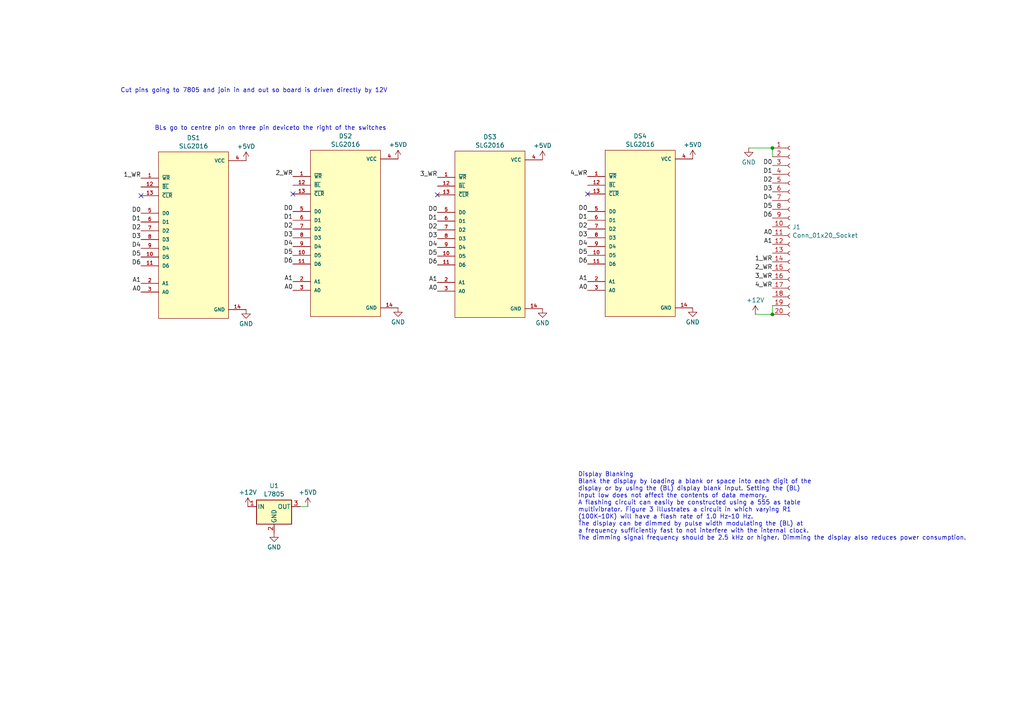
<source format=kicad_sch>
(kicad_sch (version 20230121) (generator eeschema)
  (paper "A4")
  (lib_symbols
    (symbol "Connector:Conn_01x20_Socket" (pin_names (offset 1.016) hide)
      (property "Reference" "J" (at 0 25.4 0))
      (property "Value" "Conn_01x20_Socket" (at 0 -27.94 0))
      (symbol "Conn_01x20_Socket_1_1"
        (arc (start 0 -24.892) (mid -0.5058 -25.4) (end 0 -25.908) (stroke (width 0.1524)))
        (arc (start 0 -22.352) (mid -0.5058 -22.86) (end 0 -23.368) (stroke (width 0.1524)))
        (arc (start 0 -19.812) (mid -0.5058 -20.32) (end 0 -20.828) (stroke (width 0.1524)))
        (arc (start 0 -17.272) (mid -0.5058 -17.78) (end 0 -18.288) (stroke (width 0.1524)))
        (arc (start 0 -14.732) (mid -0.5058 -15.24) (end 0 -15.748) (stroke (width 0.1524)))
        (arc (start 0 -12.192) (mid -0.5058 -12.7) (end 0 -13.208) (stroke (width 0.1524)))
        (arc (start 0 -9.652) (mid -0.5058 -10.16) (end 0 -10.668) (stroke (width 0.1524)))
        (arc (start 0 -7.112) (mid -0.5058 -7.62) (end 0 -8.128) (stroke (width 0.1524)))
        (arc (start 0 -4.572) (mid -0.5058 -5.08) (end 0 -5.588) (stroke (width 0.1524)))
        (arc (start 0 -2.032) (mid -0.5058 -2.54) (end 0 -3.048) (stroke (width 0.1524)))
        (polyline (pts (xy -1.27 -25.4) (xy -0.508 -25.4)) (stroke (width 0.1524)))
        (polyline (pts (xy -1.27 -22.86) (xy -0.508 -22.86)) (stroke (width 0.1524)))
        (polyline (pts (xy -1.27 -20.32) (xy -0.508 -20.32)) (stroke (width 0.1524)))
        (polyline (pts (xy -1.27 -17.78) (xy -0.508 -17.78)) (stroke (width 0.1524)))
        (polyline (pts (xy -1.27 -15.24) (xy -0.508 -15.24)) (stroke (width 0.1524)))
        (polyline (pts (xy -1.27 -12.7) (xy -0.508 -12.7)) (stroke (width 0.1524)))
        (polyline (pts (xy -1.27 -10.16) (xy -0.508 -10.16)) (stroke (width 0.1524)))
        (polyline (pts (xy -1.27 -7.62) (xy -0.508 -7.62)) (stroke (width 0.1524)))
        (polyline (pts (xy -1.27 -5.08) (xy -0.508 -5.08)) (stroke (width 0.1524)))
        (polyline (pts (xy -1.27 -2.54) (xy -0.508 -2.54)) (stroke (width 0.1524)))
        (polyline (pts (xy -1.27 0) (xy -0.508 0)) (stroke (width 0.1524)))
        (polyline (pts (xy -1.27 2.54) (xy -0.508 2.54)) (stroke (width 0.1524)))
        (polyline (pts (xy -1.27 5.08) (xy -0.508 5.08)) (stroke (width 0.1524)))
        (polyline (pts (xy -1.27 7.62) (xy -0.508 7.62)) (stroke (width 0.1524)))
        (polyline (pts (xy -1.27 10.16) (xy -0.508 10.16)) (stroke (width 0.1524)))
        (polyline (pts (xy -1.27 12.7) (xy -0.508 12.7)) (stroke (width 0.1524)))
        (polyline (pts (xy -1.27 15.24) (xy -0.508 15.24)) (stroke (width 0.1524)))
        (polyline (pts (xy -1.27 17.78) (xy -0.508 17.78)) (stroke (width 0.1524)))
        (polyline (pts (xy -1.27 20.32) (xy -0.508 20.32)) (stroke (width 0.1524)))
        (polyline (pts (xy -1.27 22.86) (xy -0.508 22.86)) (stroke (width 0.1524)))
        (arc (start 0 0.508) (mid -0.5058 0) (end 0 -0.508) (stroke (width 0.1524)))
        (arc (start 0 3.048) (mid -0.5058 2.54) (end 0 2.032) (stroke (width 0.1524)))
        (arc (start 0 5.588) (mid -0.5058 5.08) (end 0 4.572) (stroke (width 0.1524)))
        (arc (start 0 8.128) (mid -0.5058 7.62) (end 0 7.112) (stroke (width 0.1524)))
        (arc (start 0 10.668) (mid -0.5058 10.16) (end 0 9.652) (stroke (width 0.1524)))
        (arc (start 0 13.208) (mid -0.5058 12.7) (end 0 12.192) (stroke (width 0.1524)))
        (arc (start 0 15.748) (mid -0.5058 15.24) (end 0 14.732) (stroke (width 0.1524)))
        (arc (start 0 18.288) (mid -0.5058 17.78) (end 0 17.272) (stroke (width 0.1524)))
        (arc (start 0 20.828) (mid -0.5058 20.32) (end 0 19.812) (stroke (width 0.1524)))
        (arc (start 0 23.368) (mid -0.5058 22.86) (end 0 22.352) (stroke (width 0.1524)))
        (pin passive line (at -5.08 22.86 0) (length 3.81) (name "Pin_1") (number "1"))
        (pin passive line (at -5.08 0 0) (length 3.81) (name "Pin_10") (number "10"))
        (pin passive line (at -5.08 -2.54 0) (length 3.81) (name "Pin_11") (number "11"))
        (pin passive line (at -5.08 -5.08 0) (length 3.81) (name "Pin_12") (number "12"))
        (pin passive line (at -5.08 -7.62 0) (length 3.81) (name "Pin_13") (number "13"))
        (pin passive line (at -5.08 -10.16 0) (length 3.81) (name "Pin_14") (number "14"))
        (pin passive line (at -5.08 -12.7 0) (length 3.81) (name "Pin_15") (number "15"))
        (pin passive line (at -5.08 -15.24 0) (length 3.81) (name "Pin_16") (number "16"))
        (pin passive line (at -5.08 -17.78 0) (length 3.81) (name "Pin_17") (number "17"))
        (pin passive line (at -5.08 -20.32 0) (length 3.81) (name "Pin_18") (number "18"))
        (pin passive line (at -5.08 -22.86 0) (length 3.81) (name "Pin_19") (number "19"))
        (pin passive line (at -5.08 20.32 0) (length 3.81) (name "Pin_2") (number "2"))
        (pin passive line (at -5.08 -25.4 0) (length 3.81) (name "Pin_20") (number "20"))
        (pin passive line (at -5.08 17.78 0) (length 3.81) (name "Pin_3") (number "3"))
        (pin passive line (at -5.08 15.24 0) (length 3.81) (name "Pin_4") (number "4"))
        (pin passive line (at -5.08 12.7 0) (length 3.81) (name "Pin_5") (number "5"))
        (pin passive line (at -5.08 10.16 0) (length 3.81) (name "Pin_6") (number "6"))
        (pin passive line (at -5.08 7.62 0) (length 3.81) (name "Pin_7") (number "7"))
        (pin passive line (at -5.08 5.08 0) (length 3.81) (name "Pin_8") (number "8"))
        (pin passive line (at -5.08 2.54 0) (length 3.81) (name "Pin_9") (number "9"))
      )
    )
    (symbol "Regulator_Linear:L7805" (pin_names (offset 0.254))
      (property "Reference" "U" (at -3.81 3.175 0))
      (property "Value" "L7805" (at 0 3.175 0))
      (symbol "L7805_0_1"
        (rectangle (start -5.08 1.905) (end 5.08 -5.08) (stroke (width 0.254)) (fill (type background)))
      )
      (symbol "L7805_1_1"
        (pin power_in line (at -7.62 0 0) (length 2.54) (name "IN") (number "1"))
        (pin power_in line (at 0 -7.62 90) (length 2.54) (name "GND") (number "2"))
        (pin power_out line (at 7.62 0 180) (length 2.54) (name "OUT") (number "3"))
      )
    )
    (symbol "SLG2016:SLG2016" (pin_names (offset 1.016))
      (property "Reference" "DS" (at -10.16 27.94 0))
      (property "Value" "SLG2016" (at -10.16 -27.94 0))
      (symbol "SLG2016_0_0"
        (rectangle (start -10.16 -22.86) (end 10.16 25.4) (stroke (width 0.1524)) (fill (type background)))
        (pin input line (at -15.24 17.78 0) (length 5.08) (name "~{WR}") (number "1"))
        (pin input line (at -15.24 -5.08 0) (length 5.08) (name "D5") (number "10"))
        (pin input line (at -15.24 -7.62 0) (length 5.08) (name "D6") (number "11"))
        (pin input line (at -15.24 15.24 0) (length 5.08) (name "~{BL}") (number "12"))
        (pin input line (at -15.24 12.7 0) (length 5.08) (name "~{CLR}") (number "13"))
        (pin power_in line (at 15.24 -20.32 180) (length 5.08) (name "GND") (number "14"))
        (pin input line (at -15.24 -12.7 0) (length 5.08) (name "A1") (number "2"))
        (pin input line (at -15.24 -15.24 0) (length 5.08) (name "A0") (number "3"))
        (pin power_in line (at 15.24 22.86 180) (length 5.08) (name "VCC") (number "4"))
        (pin input line (at -15.24 7.62 0) (length 5.08) (name "D0") (number "5"))
        (pin input line (at -15.24 5.08 0) (length 5.08) (name "D1") (number "6"))
        (pin input line (at -15.24 2.54 0) (length 5.08) (name "D2") (number "7"))
        (pin input line (at -15.24 0 0) (length 5.08) (name "D3") (number "8"))
        (pin input line (at -15.24 -2.54 0) (length 5.08) (name "D4") (number "9"))
      )
    )
    (symbol "power:+12V" (power) (pin_names (offset 0))
      (property "Value" "+12V" (at 0 3.556 0))
      (symbol "+12V_0_1"
        (polyline (pts (xy -0.762 1.27) (xy 0 2.54)))
        (polyline (pts (xy 0 0) (xy 0 2.54)))
        (polyline (pts (xy 0 2.54) (xy 0.762 1.27)))
      )
      (symbol "+12V_1_1"
        (pin power_in line (at 0 0 90) (length 0) hide (name "+12V") (number "1"))
      )
    )
    (symbol "power:+5VD" (power) (pin_names (offset 0))
      (property "Value" "+5VD" (at 0 3.556 0))
      (symbol "+5VD_0_1"
        (polyline (pts (xy -0.762 1.27) (xy 0 2.54)))
        (polyline (pts (xy 0 0) (xy 0 2.54)))
        (polyline (pts (xy 0 2.54) (xy 0.762 1.27)))
      )
      (symbol "+5VD_1_1"
        (pin power_in line (at 0 0 90) (length 0) hide (name "+5VD") (number "1"))
      )
    )
    (symbol "power:GND" (power) (pin_names (offset 0))
      (property "Value" "GND" (at 0 -3.81 0))
      (symbol "GND_0_1"
        (polyline (pts (xy 0 0) (xy 0 -1.27) (xy 1.27 -1.27) (xy 0 -2.54) (xy -1.27 -1.27) (xy 0 -1.27)))
      )
      (symbol "GND_1_1"
        (pin power_in line (at 0 0 270) (length 0) hide (name "GND") (number "1"))
      )
    )
  )
  (junction (at 224.028 91.186))
  (junction (at 224.028 42.926))
  (no_connect (at 40.894 56.769))
  (no_connect (at 126.873 56.515))
  (no_connect (at 170.434 56.261))
  (no_connect (at 84.963 56.261))
  (wire (pts (xy 224.028 42.926) (xy 224.028 45.466)))
  (wire (pts (xy 87.122 146.939) (xy 89.281 146.939)))
  (wire (pts (xy 224.028 88.646) (xy 224.028 91.186)))
  (wire (pts (xy 217.17 42.926) (xy 224.028 42.926)))
  (wire (pts (xy 219.075 91.186) (xy 224.028 91.186)))
  (text "Cut pins going to 7805 and join in and out so board is driven directly by 12V" (at 34.925 27.051 0) (effects (font (size 1.27 1.27)) (justify left bottom)))
  (text "Display Blanking\nBlank the display by loading a blank or space into each digit of the\ndisplay or by using the (BL) display blank input. Setting the (BL)\ninput low does not affect the contents of data memory.\nA flashing circuit can easily be constructed using a 555 as table\nmultivibrator. Figure 3 illustrates a circuit in which varying R1\n(100K~10K) will have a flash rate of 1.0 Hz~10 Hz.\nThe display can be dimmed by pulse width modulating the (BL) at\na frequency sufficiently fast to not interfere with the internal clock.\nThe dimming signal frequency should be 2.5 kHz or higher. Dimming the display also reduces power consumption." (at 167.64 156.845 0) (effects (font (size 1.27 1.27)) (justify left bottom)))
  (text "BLs go to centre pin on three pin deviceto the right of the switches" (at 44.831 37.973 0) (effects (font (size 1.27 1.27)) (justify left bottom)))
  (label "A1" (at 126.873 81.915 180))
  (label "1_WR" (at 224.028 75.946 180))
  (label "A0" (at 84.963 84.201 180))
  (label "D2" (at 224.028 53.086 180))
  (label "D4" (at 126.873 71.755 180))
  (label "D0" (at 40.894 61.849 180))
  (label "A0" (at 170.434 84.201 180))
  (label "A1" (at 224.028 70.866 180))
  (label "4_WR" (at 170.434 51.181 180))
  (label "D6" (at 40.894 77.089 180))
  (label "D1" (at 170.434 63.881 180))
  (label "D3" (at 170.434 68.961 180))
  (label "3_WR" (at 224.028 81.026 180))
  (label "A1" (at 84.963 81.661 180))
  (label "4_WR" (at 224.028 83.566 180))
  (label "2_WR" (at 84.963 51.181 180))
  (label "D4" (at 170.434 71.501 180))
  (label "D2" (at 126.873 66.675 180))
  (label "D3" (at 84.963 68.961 180))
  (label "D1" (at 40.894 64.389 180))
  (label "D0" (at 126.873 61.595 180))
  (label "A1" (at 170.434 81.661 180))
  (label "D2" (at 84.963 66.421 180))
  (label "D1" (at 84.963 63.881 180))
  (label "D4" (at 224.028 58.166 180))
  (label "D0" (at 84.963 61.341 180))
  (label "D3" (at 224.028 55.626 180))
  (label "D6" (at 170.434 76.581 180))
  (label "D2" (at 40.894 66.929 180))
  (label "A0" (at 126.873 84.455 180))
  (label "D1" (at 126.873 64.135 180))
  (label "D6" (at 224.028 63.246 180))
  (label "D1" (at 224.028 50.546 180))
  (label "D0" (at 170.434 61.341 180))
  (label "D6" (at 126.873 76.835 180))
  (label "3_WR" (at 126.873 51.435 180))
  (label "D5" (at 170.434 74.041 180))
  (label "D5" (at 84.963 74.041 180))
  (label "A1" (at 40.894 82.169 180))
  (label "A0" (at 40.894 84.709 180))
  (label "D5" (at 126.873 74.295 180))
  (label "A0" (at 224.028 68.326 180))
  (label "D6" (at 84.963 76.581 180))
  (label "D4" (at 40.894 72.009 180))
  (label "1_WR" (at 40.894 51.689 180))
  (label "D5" (at 40.894 74.549 180))
  (label "D3" (at 40.894 69.469 180))
  (label "D2" (at 170.434 66.421 180))
  (label "D4" (at 84.963 71.501 180))
  (label "D0" (at 224.028 48.006 180))
  (label "D5" (at 224.028 60.706 180))
  (label "2_WR" (at 224.028 78.486 180))
  (label "D3" (at 126.873 69.215 180))
  (symbol (lib_id "Connector:Conn_01x20_Socket") (at 229.108 65.786 0) (unit 1)
    (property "Reference" "J1" (at 229.8192 65.8439 0) (effects (justify left)))
    (property "Value" "Conn_01x20_Socket" (at 229.8192 68.2681 0) (effects (justify left)))
  )
  (symbol (lib_id "SLG2016:SLG2016") (at 56.134 69.469 0) (unit 1)
    (property "Reference" "DS1" (at 56.134 39.9755 0))
    (property "Value" "SLG2016" (at 56.134 42.3997 0))
    (property "Footprint" "SLG2016:LED_SLG2016" (effects hide))
    (property "Datasheet" "https://docs.rs-online.com/5f90/0900766b80028851.pdf" (effects hide))
    (property "MF" "OSRAM Opto" (effects hide))
    (property "MAXIMUM_PACKAGE_HEIGHT" "5.08mm" (effects hide))
    (property "Package" "None" (effects hide))
    (property "Price" "None" (effects hide))
    (property "Check_prices" "https://www.snapeda.com/parts/SLG2016/OSRAM+Opto+Semiconductors+Inc./view-part/?ref=eda" (effects hide))
    (property "STANDARD" "IPC-7351B" (effects hide))
    (property "SnapEDA_Link" "https://www.snapeda.com/parts/SLG2016/OSRAM+Opto+Semiconductors+Inc./view-part/?ref=snap" (effects hide))
    (property "MP" "SLG2016" (effects hide))
    (property "Description" "\nDot Matrix Display Module 5 x 7 - Green - 7-Bit ASCII 0.78 L x 0.40 W x 0.20 H (19.70mm x 10.20mm x 5.10mm)\n" (effects hide))
    (property "Availability" "In Stock" (effects hide))
    (property "MANUFACTURER" "Osram" (effects hide))
  )
  (symbol (lib_id "power:+5VD") (at 115.443 46.101 0) (unit 1)
    (property "Reference" "#PWR03" (effects hide))
    (property "Value" "+5VD" (at 115.443 41.9679 0))
  )
  (symbol (lib_id "power:+5VD") (at 157.353 46.355 0) (unit 1)
    (property "Reference" "#PWR010" (effects hide))
    (property "Value" "+5VD" (at 157.353 42.2219 0))
  )
  (symbol (lib_id "power:GND") (at 79.502 154.559 0) (unit 1)
    (property "Reference" "#PWR04" (effects hide))
    (property "Value" "GND" (at 79.502 158.6921 0))
  )
  (symbol (lib_id "power:+5VD") (at 200.914 46.101 0) (unit 1)
    (property "Reference" "#PWR012" (effects hide))
    (property "Value" "+5VD" (at 200.914 41.9679 0))
  )
  (symbol (lib_id "Regulator_Linear:L7805") (at 79.502 146.939 0) (unit 1)
    (property "Reference" "U1" (at 79.502 140.8897 0))
    (property "Value" "L7805" (at 79.502 143.3139 0))
    (property "Datasheet" "http://www.st.com/content/ccc/resource/technical/document/datasheet/41/4f/b3/b0/12/d4/47/88/CD00000444.pdf/files/CD00000444.pdf/jcr:content/translations/en.CD00000444.pdf" (effects hide))
  )
  (symbol (lib_id "power:GND") (at 71.374 89.789 0) (unit 1)
    (property "Reference" "#PWR06" (effects hide))
    (property "Value" "GND" (at 71.374 93.9221 0))
  )
  (symbol (lib_id "power:GND") (at 115.443 89.281 0) (unit 1)
    (property "Reference" "#PWR07" (effects hide))
    (property "Value" "GND" (at 115.443 93.4141 0))
  )
  (symbol (lib_id "power:GND") (at 200.914 89.281 0) (unit 1)
    (property "Reference" "#PWR013" (effects hide))
    (property "Value" "GND" (at 200.914 93.4141 0))
  )
  (symbol (lib_id "power:GND") (at 157.353 89.535 0) (unit 1)
    (property "Reference" "#PWR011" (effects hide))
    (property "Value" "GND" (at 157.353 93.6681 0))
  )
  (symbol (lib_id "power:GND") (at 217.17 42.926 0) (unit 1)
    (property "Reference" "#PWR05" (effects hide))
    (property "Value" "GND" (at 217.17 47.0591 0))
  )
  (symbol (lib_id "power:+12V") (at 219.075 91.186 0) (unit 1)
    (property "Reference" "#PWR09" (effects hide))
    (property "Value" "+12V" (at 219.075 87.0529 0))
  )
  (symbol (lib_id "power:+12V") (at 71.882 146.939 0) (unit 1)
    (property "Reference" "#PWR08" (effects hide))
    (property "Value" "+12V" (at 71.882 142.8059 0))
  )
  (symbol (lib_id "SLG2016:SLG2016") (at 185.674 68.961 0) (unit 1)
    (property "Reference" "DS4" (at 185.674 39.4675 0))
    (property "Value" "SLG2016" (at 185.674 41.8917 0))
    (property "Footprint" "SLG2016:LED_SLG2016" (effects hide))
    (property "Datasheet" "https://docs.rs-online.com/5f90/0900766b80028851.pdf" (effects hide))
    (property "MF" "OSRAM Opto" (effects hide))
    (property "MAXIMUM_PACKAGE_HEIGHT" "5.08mm" (effects hide))
    (property "Package" "None" (effects hide))
    (property "Price" "None" (effects hide))
    (property "Check_prices" "https://www.snapeda.com/parts/SLG2016/OSRAM+Opto+Semiconductors+Inc./view-part/?ref=eda" (effects hide))
    (property "STANDARD" "IPC-7351B" (effects hide))
    (property "SnapEDA_Link" "https://www.snapeda.com/parts/SLG2016/OSRAM+Opto+Semiconductors+Inc./view-part/?ref=snap" (effects hide))
    (property "MP" "SLG2016" (effects hide))
    (property "Description" "\nDot Matrix Display Module 5 x 7 - Green - 7-Bit ASCII 0.78 L x 0.40 W x 0.20 H (19.70mm x 10.20mm x 5.10mm)\n" (effects hide))
    (property "Availability" "In Stock" (effects hide))
    (property "MANUFACTURER" "Osram" (effects hide))
  )
  (symbol (lib_id "SLG2016:SLG2016") (at 100.203 68.961 0) (unit 1)
    (property "Reference" "DS2" (at 100.203 39.4675 0))
    (property "Value" "SLG2016" (at 100.203 41.8917 0))
    (property "Footprint" "SLG2016:LED_SLG2016" (effects hide))
    (property "Datasheet" "https://docs.rs-online.com/5f90/0900766b80028851.pdf" (effects hide))
    (property "MF" "OSRAM Opto" (effects hide))
    (property "MAXIMUM_PACKAGE_HEIGHT" "5.08mm" (effects hide))
    (property "Package" "None" (effects hide))
    (property "Price" "None" (effects hide))
    (property "Check_prices" "https://www.snapeda.com/parts/SLG2016/OSRAM+Opto+Semiconductors+Inc./view-part/?ref=eda" (effects hide))
    (property "STANDARD" "IPC-7351B" (effects hide))
    (property "SnapEDA_Link" "https://www.snapeda.com/parts/SLG2016/OSRAM+Opto+Semiconductors+Inc./view-part/?ref=snap" (effects hide))
    (property "MP" "SLG2016" (effects hide))
    (property "Description" "\nDot Matrix Display Module 5 x 7 - Green - 7-Bit ASCII 0.78 L x 0.40 W x 0.20 H (19.70mm x 10.20mm x 5.10mm)\n" (effects hide))
    (property "Availability" "In Stock" (effects hide))
    (property "MANUFACTURER" "Osram" (effects hide))
  )
  (symbol (lib_id "power:+5VD") (at 89.281 146.939 0) (unit 1)
    (property "Reference" "#PWR01" (effects hide))
    (property "Value" "+5VD" (at 89.281 142.8059 0))
  )
  (symbol (lib_id "power:+5VD") (at 71.374 46.609 0) (unit 1)
    (property "Reference" "#PWR02" (effects hide))
    (property "Value" "+5VD" (at 71.374 42.4759 0))
  )
  (symbol (lib_id "SLG2016:SLG2016") (at 142.113 69.215 0) (unit 1)
    (property "Reference" "DS3" (at 142.113 39.7215 0))
    (property "Value" "SLG2016" (at 142.113 42.1457 0))
    (property "Footprint" "SLG2016:LED_SLG2016" (effects hide))
    (property "Datasheet" "https://docs.rs-online.com/5f90/0900766b80028851.pdf" (effects hide))
    (property "MF" "OSRAM Opto" (effects hide))
    (property "MAXIMUM_PACKAGE_HEIGHT" "5.08mm" (effects hide))
    (property "Package" "None" (effects hide))
    (property "Price" "None" (effects hide))
    (property "Check_prices" "https://www.snapeda.com/parts/SLG2016/OSRAM+Opto+Semiconductors+Inc./view-part/?ref=eda" (effects hide))
    (property "STANDARD" "IPC-7351B" (effects hide))
    (property "SnapEDA_Link" "https://www.snapeda.com/parts/SLG2016/OSRAM+Opto+Semiconductors+Inc./view-part/?ref=snap" (effects hide))
    (property "MP" "SLG2016" (effects hide))
    (property "Description" "\nDot Matrix Display Module 5 x 7 - Green - 7-Bit ASCII 0.78 L x 0.40 W x 0.20 H (19.70mm x 10.20mm x 5.10mm)\n" (effects hide))
    (property "Availability" "In Stock" (effects hide))
    (property "MANUFACTURER" "Osram" (effects hide))
  )
)
</source>
